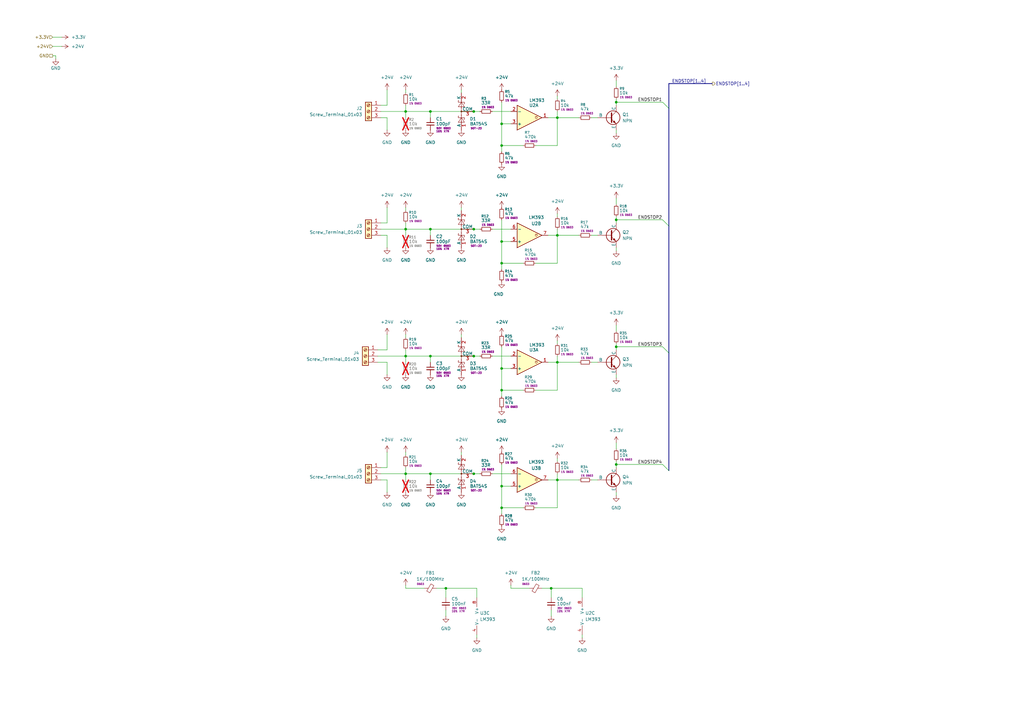
<source format=kicad_sch>
(kicad_sch (version 20250114) (generator "eeschema") (generator_version "9.0")
  (paper "A3")
  (junction (at 228.6 196.85))
  (junction (at 166.37 45.72))
  (junction (at 194.31 146.05))
  (junction (at 205.74 160.02))
  (junction (at 166.37 194.31))
  (junction (at 176.53 146.05))
  (junction (at 228.6 148.59))
  (junction (at 182.88 241.3))
  (junction (at 205.74 59.69))
  (junction (at 205.74 151.13))
  (junction (at 205.74 199.39))
  (junction (at 205.74 50.8))
  (junction (at 252.73 41.91))
  (junction (at 166.37 146.05))
  (junction (at 252.73 142.24))
  (junction (at 205.74 208.28))
  (junction (at 228.6 48.26))
  (junction (at 176.53 93.98))
  (junction (at 194.31 45.72))
  (junction (at 176.53 194.31))
  (junction (at 226.06 241.3))
  (junction (at 205.74 99.06))
  (junction (at 252.73 190.5))
  (junction (at 205.74 107.95))
  (junction (at 166.37 93.98))
  (junction (at 194.31 93.98))
  (junction (at 194.31 194.31))
  (junction (at 176.53 45.72))
  (junction (at 228.6 96.52))
  (junction (at 252.73 90.17))
  (bus_entry (at 271.78 190.5) (size 2.54 2.54))
  (bus_entry (at 271.78 142.24) (size 2.54 2.54))
  (bus_entry (at 271.78 90.17) (size 2.54 2.54))
  (bus_entry (at 271.78 41.91) (size 2.54 2.54))
  (wire (pts (xy 166.37 85.09) (xy 166.37 86.36)))
  (wire (pts (xy 166.37 146.05) (xy 166.37 148.59)))
  (wire (pts (xy 166.37 45.72) (xy 176.53 45.72)))
  (wire (pts (xy 156.21 93.98) (xy 166.37 93.98)))
  (wire (pts (xy 252.73 41.91) (xy 252.73 43.18)))
  (wire (pts (xy 214.63 59.69) (xy 205.74 59.69)))
  (bus (pts (xy 274.32 44.45) (xy 274.32 34.29)))
  (wire (pts (xy 228.6 208.28) (xy 219.71 208.28)))
  (wire (pts (xy 228.6 146.05) (xy 228.6 148.59)))
  (wire (pts (xy 228.6 59.69) (xy 219.71 59.69)))
  (wire (pts (xy 194.31 93.98) (xy 196.85 93.98)))
  (wire (pts (xy 166.37 194.31) (xy 166.37 196.85)))
  (wire (pts (xy 21.59 15.24) (xy 25.4 15.24)))
  (wire (pts (xy 228.6 139.7) (xy 228.6 140.97)))
  (wire (pts (xy 158.75 185.42) (xy 158.75 191.77)))
  (wire (pts (xy 156.21 196.85) (xy 158.75 196.85)))
  (wire (pts (xy 205.74 107.95) (xy 205.74 110.49)))
  (wire (pts (xy 166.37 146.05) (xy 176.53 146.05)))
  (wire (pts (xy 228.6 93.98) (xy 228.6 96.52)))
  (wire (pts (xy 252.73 140.97) (xy 252.73 142.24)))
  (wire (pts (xy 252.73 101.6) (xy 252.73 102.87)))
  (wire (pts (xy 176.53 194.31) (xy 176.53 196.85)))
  (wire (pts (xy 158.75 85.09) (xy 158.75 91.44)))
  (wire (pts (xy 224.79 96.52) (xy 228.6 96.52)))
  (wire (pts (xy 205.74 199.39) (xy 205.74 208.28)))
  (wire (pts (xy 166.37 45.72) (xy 166.37 48.26)))
  (wire (pts (xy 166.37 143.51) (xy 166.37 146.05)))
  (wire (pts (xy 166.37 241.3) (xy 166.37 240.03)))
  (wire (pts (xy 228.6 187.96) (xy 228.6 189.23)))
  (wire (pts (xy 156.21 45.72) (xy 166.37 45.72)))
  (wire (pts (xy 214.63 160.02) (xy 205.74 160.02)))
  (wire (pts (xy 252.73 88.9) (xy 252.73 90.17)))
  (wire (pts (xy 252.73 90.17) (xy 271.78 90.17)))
  (wire (pts (xy 252.73 41.91) (xy 271.78 41.91)))
  (wire (pts (xy 158.75 101.6) (xy 158.75 96.52)))
  (wire (pts (xy 166.37 93.98) (xy 176.53 93.98)))
  (wire (pts (xy 252.73 181.61) (xy 252.73 184.15)))
  (wire (pts (xy 166.37 191.77) (xy 166.37 194.31)))
  (bus (pts (xy 274.32 144.78) (xy 274.32 92.71)))
  (wire (pts (xy 238.76 241.3) (xy 238.76 245.11)))
  (wire (pts (xy 194.31 45.72) (xy 196.85 45.72)))
  (wire (pts (xy 228.6 107.95) (xy 219.71 107.95)))
  (wire (pts (xy 179.07 241.3) (xy 182.88 241.3)))
  (wire (pts (xy 252.73 33.02) (xy 252.73 35.56)))
  (wire (pts (xy 201.93 146.05) (xy 209.55 146.05)))
  (wire (pts (xy 182.88 245.11) (xy 182.88 241.3)))
  (wire (pts (xy 228.6 39.37) (xy 228.6 40.64)))
  (wire (pts (xy 205.74 160.02) (xy 205.74 151.13)))
  (wire (pts (xy 201.93 194.31) (xy 209.55 194.31)))
  (wire (pts (xy 189.23 85.09) (xy 189.23 86.36)))
  (wire (pts (xy 228.6 45.72) (xy 228.6 48.26)))
  (wire (pts (xy 156.21 43.18) (xy 158.75 43.18)))
  (wire (pts (xy 158.75 36.83) (xy 158.75 43.18)))
  (wire (pts (xy 156.21 48.26) (xy 158.75 48.26)))
  (wire (pts (xy 228.6 87.63) (xy 228.6 88.9)))
  (wire (pts (xy 156.21 96.52) (xy 158.75 96.52)))
  (wire (pts (xy 176.53 194.31) (xy 194.31 194.31)))
  (bus (pts (xy 274.32 193.04) (xy 274.32 144.78)))
  (wire (pts (xy 205.74 199.39) (xy 209.55 199.39)))
  (wire (pts (xy 154.94 146.05) (xy 166.37 146.05)))
  (wire (pts (xy 176.53 93.98) (xy 176.53 96.52)))
  (wire (pts (xy 195.58 260.35) (xy 195.58 261.62)))
  (wire (pts (xy 201.93 45.72) (xy 209.55 45.72)))
  (wire (pts (xy 228.6 96.52) (xy 237.49 96.52)))
  (wire (pts (xy 182.88 241.3) (xy 195.58 241.3)))
  (wire (pts (xy 166.37 36.83) (xy 166.37 38.1)))
  (wire (pts (xy 176.53 146.05) (xy 194.31 146.05)))
  (wire (pts (xy 214.63 107.95) (xy 205.74 107.95)))
  (wire (pts (xy 222.25 241.3) (xy 226.06 241.3)))
  (wire (pts (xy 228.6 148.59) (xy 237.49 148.59)))
  (wire (pts (xy 209.55 241.3) (xy 217.17 241.3)))
  (wire (pts (xy 205.74 151.13) (xy 209.55 151.13)))
  (wire (pts (xy 242.57 196.85) (xy 245.11 196.85)))
  (wire (pts (xy 228.6 194.31) (xy 228.6 196.85)))
  (wire (pts (xy 214.63 208.28) (xy 205.74 208.28)))
  (wire (pts (xy 182.88 252.73) (xy 182.88 250.19)))
  (wire (pts (xy 226.06 252.73) (xy 226.06 250.19)))
  (wire (pts (xy 252.73 190.5) (xy 271.78 190.5)))
  (wire (pts (xy 189.23 185.42) (xy 189.23 186.69)))
  (wire (pts (xy 252.73 40.64) (xy 252.73 41.91)))
  (wire (pts (xy 166.37 93.98) (xy 166.37 96.52)))
  (wire (pts (xy 224.79 196.85) (xy 228.6 196.85)))
  (wire (pts (xy 226.06 245.11) (xy 226.06 241.3)))
  (wire (pts (xy 252.73 153.67) (xy 252.73 154.94)))
  (wire (pts (xy 252.73 133.35) (xy 252.73 135.89)))
  (wire (pts (xy 242.57 148.59) (xy 245.11 148.59)))
  (bus (pts (xy 274.32 34.29) (xy 292.1 34.29)))
  (wire (pts (xy 154.94 148.59) (xy 158.75 148.59)))
  (wire (pts (xy 201.93 93.98) (xy 209.55 93.98)))
  (wire (pts (xy 228.6 196.85) (xy 237.49 196.85)))
  (wire (pts (xy 205.74 50.8) (xy 205.74 41.91)))
  (wire (pts (xy 189.23 137.16) (xy 189.23 138.43)))
  (wire (pts (xy 166.37 43.18) (xy 166.37 45.72)))
  (wire (pts (xy 176.53 45.72) (xy 176.53 48.26)))
  (wire (pts (xy 252.73 190.5) (xy 252.73 191.77)))
  (wire (pts (xy 205.74 151.13) (xy 205.74 142.24)))
  (wire (pts (xy 176.53 146.05) (xy 176.53 148.59)))
  (wire (pts (xy 205.74 160.02) (xy 205.74 162.56)))
  (wire (pts (xy 252.73 142.24) (xy 252.73 143.51)))
  (wire (pts (xy 205.74 59.69) (xy 205.74 50.8)))
  (wire (pts (xy 166.37 194.31) (xy 176.53 194.31)))
  (wire (pts (xy 22.86 22.86) (xy 22.86 24.13)))
  (wire (pts (xy 228.6 48.26) (xy 228.6 59.69)))
  (wire (pts (xy 176.53 45.72) (xy 194.31 45.72)))
  (wire (pts (xy 242.57 96.52) (xy 245.11 96.52)))
  (wire (pts (xy 176.53 93.98) (xy 194.31 93.98)))
  (wire (pts (xy 228.6 48.26) (xy 237.49 48.26)))
  (wire (pts (xy 158.75 201.93) (xy 158.75 196.85)))
  (wire (pts (xy 194.31 146.05) (xy 196.85 146.05)))
  (wire (pts (xy 228.6 196.85) (xy 228.6 208.28)))
  (wire (pts (xy 238.76 260.35) (xy 238.76 261.62)))
  (wire (pts (xy 158.75 153.67) (xy 158.75 148.59)))
  (wire (pts (xy 195.58 241.3) (xy 195.58 245.11)))
  (wire (pts (xy 154.94 143.51) (xy 158.75 143.51)))
  (wire (pts (xy 166.37 241.3) (xy 173.99 241.3)))
  (wire (pts (xy 209.55 241.3) (xy 209.55 240.03)))
  (wire (pts (xy 156.21 191.77) (xy 158.75 191.77)))
  (wire (pts (xy 166.37 91.44) (xy 166.37 93.98)))
  (wire (pts (xy 252.73 201.93) (xy 252.73 203.2)))
  (wire (pts (xy 252.73 81.28) (xy 252.73 83.82)))
  (wire (pts (xy 224.79 148.59) (xy 228.6 148.59)))
  (wire (pts (xy 228.6 160.02) (xy 219.71 160.02)))
  (wire (pts (xy 252.73 142.24) (xy 271.78 142.24)))
  (wire (pts (xy 228.6 96.52) (xy 228.6 107.95)))
  (wire (pts (xy 166.37 137.16) (xy 166.37 138.43)))
  (wire (pts (xy 21.59 22.86) (xy 22.86 22.86)))
  (wire (pts (xy 158.75 137.16) (xy 158.75 143.51)))
  (wire (pts (xy 205.74 99.06) (xy 209.55 99.06)))
  (wire (pts (xy 205.74 50.8) (xy 209.55 50.8)))
  (wire (pts (xy 158.75 53.34) (xy 158.75 48.26)))
  (wire (pts (xy 252.73 189.23) (xy 252.73 190.5)))
  (bus (pts (xy 274.32 92.71) (xy 274.32 44.45)))
  (wire (pts (xy 226.06 241.3) (xy 238.76 241.3)))
  (wire (pts (xy 194.31 194.31) (xy 196.85 194.31)))
  (wire (pts (xy 189.23 36.83) (xy 189.23 38.1)))
  (wire (pts (xy 205.74 208.28) (xy 205.74 210.82)))
  (wire (pts (xy 156.21 194.31) (xy 166.37 194.31)))
  (wire (pts (xy 205.74 59.69) (xy 205.74 62.23)))
  (wire (pts (xy 228.6 148.59) (xy 228.6 160.02)))
  (wire (pts (xy 156.21 91.44) (xy 158.75 91.44)))
  (wire (pts (xy 21.59 19.05) (xy 25.4 19.05)))
  (wire (pts (xy 252.73 90.17) (xy 252.73 91.44)))
  (wire (pts (xy 205.74 99.06) (xy 205.74 107.95)))
  (wire (pts (xy 166.37 185.42) (xy 166.37 186.69)))
  (wire (pts (xy 224.79 48.26) (xy 228.6 48.26)))
  (wire (pts (xy 242.57 48.26) (xy 245.11 48.26)))
  (wire (pts (xy 205.74 199.39) (xy 205.74 190.5)))
  (wire (pts (xy 205.74 99.06) (xy 205.74 90.17)))
  (wire (pts (xy 252.73 53.34) (xy 252.73 54.61)))
  (label "ENDSTOP4" (at 261.62 190.5 0))
  (label "ENDSTOP2" (at 261.62 90.17 0))
  (label "ENDSTOP[1..4]" (at 275.59 34.29 0))
  (label "ENDSTOP3" (at 261.62 142.24 0))
  (label "ENDSTOP1" (at 261.62 41.91 0))
  (hierarchical_label "+24V" (shape input) (at 21.59 19.05 180))
  (hierarchical_label "GND" (shape passive) (at 21.59 22.86 180))
  (hierarchical_label "ENDSTOP[1..4]" (shape output) (at 292.1 34.29 0))
  (hierarchical_label "+3.3V" (shape input) (at 21.59 15.24 180))
  (symbol (lib_id "Connector:Screw_Terminal_01x03") (at 149.86 146.05 0) (mirror y) (unit 1)
    (property "Reference" "J4" (at 147.32 144.7799 0) (effects (justify left)))
    (property "Value" "Screw_Terminal_01x03" (at 147.32 147.3199 0) (effects (justify left)))
    (property "Footprint" "TerminalBlock_4Ucon:TerminalBlock_4Ucon_1x03_P3.50mm_Horizontal" (effects (hide yes)))
    (property "Description" "Generic screw terminal, single row, 01x03, script generated (kicad-library-utils/schlib/autogen/connector/)" (effects (hide yes)))
  )
  (symbol (lib_id "power:GND") (at 252.73 154.94 0) (unit 1)
    (property "Reference" "#PWR046" (effects (hide yes)))
    (property "Value" "GND" (at 252.73 160.02 0))
    (property "Description" "Power symbol creates a global label with name \"GND\" , ground" (effects (hide yes)))
  )
  (symbol (lib_id "Diode:BAT54S") (at 189.23 146.05 90) (unit 1)
    (property "Reference" "D3" (at 195.326 149.098 90) (effects (justify left)))
    (property "Value" "BAT54S" (at 199.898 151.13 90) (effects (justify left)))
    (property "Footprint" "Package_TO_SOT_SMD:SOT-23" (effects (hide yes)))
    (property "Datasheet" "https://www.diodes.com/assets/Datasheets/ds11005.pdf" (effects (hide yes)))
    (property "Description" "Vr 30V, If 200mA, Dual schottky barrier diode, in series, SOT-323" (effects (hide yes)))
    (property "case" "SOT-23" (at 195.326 152.908 90) (effects (font (size 0.762 0.762))))
  )
  (symbol (lib_id "Device:R_Small") (at 166.37 88.9 0) (unit 1)
    (property "Reference" "R10" (at 167.64 87.122 0) (effects (font (size 1.016 1.016)) (justify left)))
    (property "Value" "10k" (at 167.64 88.9 0) (effects (justify left)))
    (property "Footprint" "Resistor_SMD:R_0603_1608Metric" (effects (hide yes)))
    (property "Description" "Resistor, small symbol" (effects (hide yes)))
    (property "Case" "0603" (at 171.45 90.678 0) (effects (font (size 0.762 0.762))))
    (property "Tolerance" "1%" (at 168.656 90.678 0) (effects (font (size 0.762 0.762))))
  )
  (symbol (lib_id "power:+24V") (at 166.37 36.83 0) (unit 1)
    (property "Reference" "#PWR04" (effects (hide yes)))
    (property "Value" "+24V" (at 166.37 31.75 0))
    (property "Description" "Power symbol creates a global label with name \"+24V\"" (effects (hide yes)))
  )
  (symbol (lib_id "Device:R_Small") (at 205.74 39.37 0) (unit 1)
    (property "Reference" "R5" (at 207.01 37.592 0) (effects (font (size 1.016 1.016)) (justify left)))
    (property "Value" "47k" (at 207.01 39.37 0) (effects (justify left)))
    (property "Footprint" "Resistor_SMD:R_0603_1608Metric" (effects (hide yes)))
    (property "Description" "Resistor, small symbol" (effects (hide yes)))
    (property "Case" "0603" (at 210.82 41.148 0) (effects (font (size 0.762 0.762))))
    (property "Tolerance" "1%" (at 208.026 41.148 0) (effects (font (size 0.762 0.762))))
  )
  (symbol (lib_id "Comparator:LM393") (at 217.17 96.52 0) (mirror x) (unit 2)
    (property "Reference" "U2" (at 219.964 91.694 0))
    (property "Value" "LM393" (at 219.964 89.154 0))
    (property "Footprint" "Package_SO:SOIC-8_5.3x5.3mm_P1.27mm" (effects (hide yes)))
    (property "Datasheet" "http://www.ti.com/lit/ds/symlink/lm393.pdf" (effects (hide yes)))
    (property "Description" "Low-Power, Low-Offset Voltage, Dual Comparators, DIP-8/SOIC-8/TO-99-8" (effects (hide yes)))
  )
  (symbol (lib_id "power:GND") (at 189.23 101.6 0) (unit 1)
    (property "Reference" "#PWR019" (effects (hide yes)))
    (property "Value" "GND" (at 189.23 106.68 0))
    (property "Description" "Power symbol creates a global label with name \"GND\" , ground" (effects (hide yes)))
  )
  (symbol (lib_id "Device:R_Small") (at 240.03 48.26 90) (unit 1)
    (property "Reference" "R8" (at 237.998 42.926 90) (effects (font (size 1.016 1.016)) (justify right)))
    (property "Value" "47k" (at 237.998 44.704 90) (effects (justify right)))
    (property "Footprint" "Resistor_SMD:R_0603_1608Metric" (effects (hide yes)))
    (property "Description" "Resistor, small symbol" (effects (hide yes)))
    (property "Case" "0603" (at 241.808 46.482 90) (effects (font (size 0.762 0.762))))
    (property "Tolerance" "1%" (at 239.014 46.482 90) (effects (font (size 0.762 0.762))))
  )
  (symbol (lib_id "power:GND") (at 158.75 53.34 0) (unit 1)
    (property "Reference" "#PWR07" (effects (hide yes)))
    (property "Value" "GND" (at 158.75 58.42 0))
    (property "Description" "Power symbol creates a global label with name \"GND\" , ground" (effects (hide yes)))
  )
  (symbol (lib_id "power:+24V") (at 166.37 137.16 0) (unit 1)
    (property "Reference" "#PWR029" (effects (hide yes)))
    (property "Value" "+24V" (at 166.37 132.08 0))
    (property "Description" "Power symbol creates a global label with name \"+24V\"" (effects (hide yes)))
  )
  (symbol (lib_id "power:+24V") (at 158.75 137.16 0) (unit 1)
    (property "Reference" "#PWR025" (effects (hide yes)))
    (property "Value" "+24V" (at 158.75 132.08 0))
    (property "Description" "Power symbol creates a global label with name \"+24V\"" (effects (hide yes)))
  )
  (symbol (lib_id "Comparator:LM393") (at 217.17 48.26 0) (mirror x) (unit 1)
    (property "Reference" "U2" (at 218.948 43.18 0))
    (property "Value" "LM393" (at 220.218 41.148 0))
    (property "Footprint" "Package_SO:SOIC-8_5.3x5.3mm_P1.27mm" (effects (hide yes)))
    (property "Datasheet" "http://www.ti.com/lit/ds/symlink/lm393.pdf" (effects (hide yes)))
    (property "Description" "Low-Power, Low-Offset Voltage, Dual Comparators, DIP-8/SOIC-8/TO-99-8" (effects (hide yes)))
  )
  (symbol (lib_id "Device:R_Small") (at 240.03 148.59 90) (unit 1)
    (property "Reference" "R33" (at 237.998 143.256 90) (effects (font (size 1.016 1.016)) (justify right)))
    (property "Value" "47k" (at 237.998 145.034 90) (effects (justify right)))
    (property "Footprint" "Resistor_SMD:R_0603_1608Metric" (effects (hide yes)))
    (property "Description" "Resistor, small symbol" (effects (hide yes)))
    (property "Case" "0603" (at 241.808 146.812 90) (effects (font (size 0.762 0.762))))
    (property "Tolerance" "1%" (at 239.014 146.812 90) (effects (font (size 0.762 0.762))))
  )
  (symbol (lib_id "power:+3.3V") (at 252.73 33.02 0) (unit 1)
    (property "Reference" "#PWR08" (effects (hide yes)))
    (property "Value" "+3.3V" (at 252.73 27.94 0))
    (property "Description" "Power symbol creates a global label with name \"+3.3V\"" (effects (hide yes)))
  )
  (symbol (lib_id "Device:R_Small") (at 166.37 50.8 0) (unit 1) (dnp yes)
    (property "Reference" "R2" (at 167.64 49.022 0) (effects (font (size 1.016 1.016)) (justify left)))
    (property "Value" "10k" (at 167.64 50.8 0) (effects (justify left)))
    (property "Footprint" "Resistor_SMD:R_0603_1608Metric" (effects (hide yes)))
    (property "Description" "Resistor, small symbol" (effects (hide yes)))
    (property "Case" "0603" (at 171.45 52.578 0) (effects (font (size 0.762 0.762))))
    (property "Tolerance" "1%" (at 168.656 52.578 0) (effects (font (size 0.762 0.762))))
  )
  (symbol (lib_id "power:GND") (at 166.37 153.67 0) (unit 1)
    (property "Reference" "#PWR030" (effects (hide yes)))
    (property "Value" "GND" (at 166.37 158.75 0))
    (property "Description" "Power symbol creates a global label with name \"GND\" , ground" (effects (hide yes)))
  )
  (symbol (lib_id "Device:C_Small") (at 176.53 50.8 0) (unit 1)
    (property "Reference" "C1" (at 178.816 48.768 0) (effects (justify left)))
    (property "Value" "100pF" (at 178.816 50.8 0) (effects (justify left)))
    (property "Footprint" "Capacitor_SMD:C_0603_1608Metric" (effects (hide yes)))
    (property "Description" "Unpolarized capacitor, small symbol" (effects (hide yes)))
    (property "Tolerance" "10%" (at 180.086 53.848 0) (effects (font (size 0.762 0.762))))
    (property "Case" "0603" (at 183.388 52.578 0) (effects (font (size 0.762 0.762))))
    (property "Voltage" "50V" (at 180.086 52.578 0) (effects (font (size 0.762 0.762))))
    (property "Dielectric" "X7R" (at 183.134 53.848 0) (effects (font (size 0.762 0.762))))
  )
  (symbol (lib_id "Comparator:LM393") (at 241.3 252.73 0) (unit 3)
    (property "Reference" "U2" (at 240.03 251.4599 0) (effects (justify left)))
    (property "Value" "LM393" (at 240.03 253.9999 0) (effects (justify left)))
    (property "Footprint" "Package_SO:SOIC-8_5.3x5.3mm_P1.27mm" (effects (hide yes)))
    (property "Datasheet" "http://www.ti.com/lit/ds/symlink/lm393.pdf" (effects (hide yes)))
    (property "Description" "Low-Power, Low-Offset Voltage, Dual Comparators, DIP-8/SOIC-8/TO-99-8" (effects (hide yes)))
  )
  (symbol (lib_id "Device:R_Small") (at 205.74 213.36 0) (unit 1)
    (property "Reference" "R28" (at 207.01 211.582 0) (effects (font (size 1.016 1.016)) (justify left)))
    (property "Value" "47k" (at 207.01 213.36 0) (effects (justify left)))
    (property "Footprint" "Resistor_SMD:R_0603_1608Metric" (effects (hide yes)))
    (property "Description" "Resistor, small symbol" (effects (hide yes)))
    (property "Case" "0603" (at 210.82 215.138 0) (effects (font (size 0.762 0.762))))
    (property "Tolerance" "1%" (at 208.026 215.138 0) (effects (font (size 0.762 0.762))))
  )
  (symbol (lib_id "power:+24V") (at 189.23 185.42 0) (unit 1)
    (property "Reference" "#PWR037" (effects (hide yes)))
    (property "Value" "+24V" (at 189.23 180.34 0))
    (property "Description" "Power symbol creates a global label with name \"+24V\"" (effects (hide yes)))
  )
  (symbol (lib_id "Device:R_Small") (at 205.74 87.63 0) (unit 1)
    (property "Reference" "R13" (at 207.01 85.852 0) (effects (font (size 1.016 1.016)) (justify left)))
    (property "Value" "47k" (at 207.01 87.63 0) (effects (justify left)))
    (property "Footprint" "Resistor_SMD:R_0603_1608Metric" (effects (hide yes)))
    (property "Description" "Resistor, small symbol" (effects (hide yes)))
    (property "Case" "0603" (at 210.82 89.408 0) (effects (font (size 0.762 0.762))))
    (property "Tolerance" "1%" (at 208.026 89.408 0) (effects (font (size 0.762 0.762))))
  )
  (symbol (lib_id "power:GND") (at 176.53 201.93 0) (unit 1)
    (property "Reference" "#PWR034" (effects (hide yes)))
    (property "Value" "GND" (at 176.53 207.01 0))
    (property "Description" "Power symbol creates a global label with name \"GND\" , ground" (effects (hide yes)))
  )
  (symbol (lib_id "power:GND") (at 195.58 261.62 0) (unit 1)
    (property "Reference" "#PWR049" (effects (hide yes)))
    (property "Value" "GND" (at 195.58 266.7 0))
    (property "Description" "Power symbol creates a global label with name \"GND\" , ground" (effects (hide yes)))
  )
  (symbol (lib_id "power:+24V") (at 166.37 185.42 0) (unit 1)
    (property "Reference" "#PWR031" (effects (hide yes)))
    (property "Value" "+24V" (at 166.37 180.34 0))
    (property "Description" "Power symbol creates a global label with name \"+24V\"" (effects (hide yes)))
  )
  (symbol (lib_id "power:GND") (at 189.23 201.93 0) (unit 1)
    (property "Reference" "#PWR038" (effects (hide yes)))
    (property "Value" "GND" (at 189.23 207.01 0))
    (property "Description" "Power symbol creates a global label with name \"GND\" , ground" (effects (hide yes)))
  )
  (symbol (lib_id "power:GND") (at 166.37 201.93 0) (unit 1)
    (property "Reference" "#PWR032" (effects (hide yes)))
    (property "Value" "GND" (at 166.37 207.01 0))
    (property "Description" "Power symbol creates a global label with name \"GND\" , ground" (effects (hide yes)))
  )
  (symbol (lib_id "power:+24V") (at 158.75 36.83 0) (unit 1)
    (property "Reference" "#PWR05" (effects (hide yes)))
    (property "Value" "+24V" (at 158.75 31.75 0))
    (property "Description" "Power symbol creates a global label with name \"+24V\"" (effects (hide yes)))
  )
  (symbol (lib_id "Diode:BAT54S") (at 189.23 45.72 90) (unit 1)
    (property "Reference" "D1" (at 195.326 48.768 90) (effects (justify left)))
    (property "Value" "BAT54S" (at 199.898 50.8 90) (effects (justify left)))
    (property "Footprint" "Package_TO_SOT_SMD:SOT-23" (effects (hide yes)))
    (property "Datasheet" "https://www.diodes.com/assets/Datasheets/ds11005.pdf" (effects (hide yes)))
    (property "Description" "Vr 30V, If 200mA, Dual schottky barrier diode, in series, SOT-323" (effects (hide yes)))
    (property "case" "SOT-23" (at 195.326 52.578 90) (effects (font (size 0.762 0.762))))
  )
  (symbol (lib_id "Device:C_Small") (at 226.06 247.65 0) (unit 1)
    (property "Reference" "C6" (at 228.346 245.618 0) (effects (justify left)))
    (property "Value" "100nF" (at 228.346 247.65 0) (effects (justify left)))
    (property "Footprint" "Capacitor_SMD:C_0603_1608Metric" (effects (hide yes)))
    (property "Description" "Unpolarized capacitor, small symbol" (effects (hide yes)))
    (property "Tolerance" "10%" (at 229.616 250.698 0) (effects (font (size 0.762 0.762))))
    (property "Case" "0603" (at 232.918 249.428 0) (effects (font (size 0.762 0.762))))
    (property "Voltage" "35V" (at 229.616 249.428 0) (effects (font (size 0.762 0.762))))
    (property "Dielectric" "X7R" (at 232.664 250.698 0) (effects (font (size 0.762 0.762))))
  )
  (symbol (lib_id "power:+3.3V") (at 252.73 133.35 0) (unit 1)
    (property "Reference" "#PWR043" (effects (hide yes)))
    (property "Value" "+3.3V" (at 252.73 128.27 0))
    (property "Description" "Power symbol creates a global label with name \"+3.3V\"" (effects (hide yes)))
  )
  (symbol (lib_id "Device:R_Small") (at 166.37 140.97 0) (unit 1)
    (property "Reference" "R19" (at 167.64 139.192 0) (effects (font (size 1.016 1.016)) (justify left)))
    (property "Value" "10k" (at 167.64 140.97 0) (effects (justify left)))
    (property "Footprint" "Resistor_SMD:R_0603_1608Metric" (effects (hide yes)))
    (property "Description" "Resistor, small symbol" (effects (hide yes)))
    (property "Case" "0603" (at 171.45 142.748 0) (effects (font (size 0.762 0.762))))
    (property "Tolerance" "1%" (at 168.656 142.748 0) (effects (font (size 0.762 0.762))))
  )
  (symbol (lib_id "Device:R_Small") (at 205.74 139.7 0) (unit 1)
    (property "Reference" "R25" (at 207.01 137.922 0) (effects (font (size 1.016 1.016)) (justify left)))
    (property "Value" "47k" (at 207.01 139.7 0) (effects (justify left)))
    (property "Footprint" "Resistor_SMD:R_0603_1608Metric" (effects (hide yes)))
    (property "Description" "Resistor, small symbol" (effects (hide yes)))
    (property "Case" "0603" (at 210.82 141.478 0) (effects (font (size 0.762 0.762))))
    (property "Tolerance" "1%" (at 208.026 141.478 0) (effects (font (size 0.762 0.762))))
  )
  (symbol (lib_id "Device:R_Small") (at 228.6 91.44 0) (unit 1)
    (property "Reference" "R16" (at 229.87 89.662 0) (effects (font (size 1.016 1.016)) (justify left)))
    (property "Value" "10k" (at 229.87 91.44 0) (effects (justify left)))
    (property "Footprint" "Resistor_SMD:R_0603_1608Metric" (effects (hide yes)))
    (property "Description" "Resistor, small symbol" (effects (hide yes)))
    (property "Case" "0603" (at 233.68 93.218 0) (effects (font (size 0.762 0.762))))
    (property "Tolerance" "1%" (at 230.886 93.218 0) (effects (font (size 0.762 0.762))))
  )
  (symbol (lib_id "Device:R_Small") (at 252.73 86.36 0) (unit 1)
    (property "Reference" "R18" (at 254 84.582 0) (effects (font (size 1.016 1.016)) (justify left)))
    (property "Value" "10k" (at 254 86.36 0) (effects (justify left)))
    (property "Footprint" "Resistor_SMD:R_0603_1608Metric" (effects (hide yes)))
    (property "Description" "Resistor, small symbol" (effects (hide yes)))
    (property "Case" "0603" (at 257.81 88.138 0) (effects (font (size 0.762 0.762))))
    (property "Tolerance" "1%" (at 255.016 88.138 0) (effects (font (size 0.762 0.762))))
  )
  (symbol (lib_id "Device:R_Small") (at 166.37 99.06 0) (unit 1) (dnp yes)
    (property "Reference" "R11" (at 167.64 97.282 0) (effects (font (size 1.016 1.016)) (justify left)))
    (property "Value" "10k" (at 167.64 99.06 0) (effects (justify left)))
    (property "Footprint" "Resistor_SMD:R_0603_1608Metric" (effects (hide yes)))
    (property "Description" "Resistor, small symbol" (effects (hide yes)))
    (property "Case" "0603" (at 171.45 100.838 0) (effects (font (size 0.762 0.762))))
    (property "Tolerance" "1%" (at 168.656 100.838 0) (effects (font (size 0.762 0.762))))
  )
  (symbol (lib_id "Device:R_Small") (at 199.39 45.72 90) (unit 1)
    (property "Reference" "R3" (at 197.358 40.386 90) (effects (font (size 1.016 1.016)) (justify right)))
    (property "Value" "33R" (at 197.358 42.164 90) (effects (justify right)))
    (property "Footprint" "Resistor_SMD:R_0603_1608Metric" (effects (hide yes)))
    (property "Description" "Resistor, small symbol" (effects (hide yes)))
    (property "Case" "0603" (at 201.168 43.942 90) (effects (font (size 0.762 0.762))))
    (property "Tolerance" "1%" (at 198.374 43.942 90) (effects (font (size 0.762 0.762))))
  )
  (symbol (lib_id "Device:R_Small") (at 166.37 199.39 0) (unit 1) (dnp yes)
    (property "Reference" "R22" (at 167.64 197.612 0) (effects (font (size 1.016 1.016)) (justify left)))
    (property "Value" "10k" (at 167.64 199.39 0) (effects (justify left)))
    (property "Footprint" "Resistor_SMD:R_0603_1608Metric" (effects (hide yes)))
    (property "Description" "Resistor, small symbol" (effects (hide yes)))
    (property "Case" "0603" (at 171.45 201.168 0) (effects (font (size 0.762 0.762))))
    (property "Tolerance" "1%" (at 168.656 201.168 0) (effects (font (size 0.762 0.762))))
  )
  (symbol (lib_id "power:GND") (at 158.75 201.93 0) (unit 1)
    (property "Reference" "#PWR028" (effects (hide yes)))
    (property "Value" "GND" (at 158.75 207.01 0))
    (property "Description" "Power symbol creates a global label with name \"GND\" , ground" (effects (hide yes)))
  )
  (symbol (lib_id "Device:R_Small") (at 205.74 187.96 0) (unit 1)
    (property "Reference" "R27" (at 207.01 186.182 0) (effects (font (size 1.016 1.016)) (justify left)))
    (property "Value" "47k" (at 207.01 187.96 0) (effects (justify left)))
    (property "Footprint" "Resistor_SMD:R_0603_1608Metric" (effects (hide yes)))
    (property "Description" "Resistor, small symbol" (effects (hide yes)))
    (property "Case" "0603" (at 210.82 189.738 0) (effects (font (size 0.762 0.762))))
    (property "Tolerance" "1%" (at 208.026 189.738 0) (effects (font (size 0.762 0.762))))
  )
  (symbol (lib_id "Connector:Screw_Terminal_01x03") (at 151.13 194.31 0) (mirror y) (unit 1)
    (property "Reference" "J5" (at 148.59 193.0399 0) (effects (justify left)))
    (property "Value" "Screw_Terminal_01x03" (at 148.59 195.5799 0) (effects (justify left)))
    (property "Footprint" "TerminalBlock_4Ucon:TerminalBlock_4Ucon_1x03_P3.50mm_Horizontal" (effects (hide yes)))
    (property "Description" "Generic screw terminal, single row, 01x03, script generated (kicad-library-utils/schlib/autogen/connector/)" (effects (hide yes)))
  )
  (symbol (lib_id "Simulation_SPICE:NPN") (at 250.19 96.52 0) (unit 1)
    (property "Reference" "Q2" (at 255.27 95.2499 0) (effects (justify left)))
    (property "Value" "NPN" (at 255.27 97.7899 0) (effects (justify left)))
    (property "Footprint" "Package_TO_SOT_SMD:TSOT-23" (effects (hide yes)))
    (property "Datasheet" "https://ngspice.sourceforge.io/docs/ngspice-html-manual/manual.xhtml#cha_BJTs" (effects (hide yes)))
    (property "Description" "Bipolar transistor symbol for simulation only, substrate tied to the emitter" (effects (hide yes)))
    (property "Sim.Device" "NPN" (effects (hide yes)))
    (property "Sim.Type" "GUMMELPOON" (effects (hide yes)))
    (property "Sim.Pins" "1=C 2=B 3=E" (effects (hide yes)))
  )
  (symbol (lib_id "power:GND") (at 189.23 153.67 0) (unit 1)
    (property "Reference" "#PWR036" (effects (hide yes)))
    (property "Value" "GND" (at 189.23 158.75 0))
    (property "Description" "Power symbol creates a global label with name \"GND\" , ground" (effects (hide yes)))
  )
  (symbol (lib_id "Device:R_Small") (at 205.74 165.1 0) (unit 1)
    (property "Reference" "R26" (at 207.01 163.322 0) (effects (font (size 1.016 1.016)) (justify left)))
    (property "Value" "47k" (at 207.01 165.1 0) (effects (justify left)))
    (property "Footprint" "Resistor_SMD:R_0603_1608Metric" (effects (hide yes)))
    (property "Description" "Resistor, small symbol" (effects (hide yes)))
    (property "Case" "0603" (at 210.82 166.878 0) (effects (font (size 0.762 0.762))))
    (property "Tolerance" "1%" (at 208.026 166.878 0) (effects (font (size 0.762 0.762))))
  )
  (symbol (lib_id "power:GND") (at 166.37 53.34 0) (unit 1)
    (property "Reference" "#PWR01" (effects (hide yes)))
    (property "Value" "GND" (at 166.37 58.42 0))
    (property "Description" "Power symbol creates a global label with name \"GND\" , ground" (effects (hide yes)))
  )
  (symbol (lib_id "Device:C_Small") (at 176.53 99.06 0) (unit 1)
    (property "Reference" "C2" (at 178.816 97.028 0) (effects (justify left)))
    (property "Value" "100pF" (at 178.816 99.06 0) (effects (justify left)))
    (property "Footprint" "Capacitor_SMD:C_0603_1608Metric" (effects (hide yes)))
    (property "Description" "Unpolarized capacitor, small symbol" (effects (hide yes)))
    (property "Tolerance" "10%" (at 180.086 102.108 0) (effects (font (size 0.762 0.762))))
    (property "Case" "0603" (at 183.388 100.838 0) (effects (font (size 0.762 0.762))))
    (property "Voltage" "50V" (at 180.086 100.838 0) (effects (font (size 0.762 0.762))))
    (property "Dielectric" "X7R" (at 183.134 102.108 0) (effects (font (size 0.762 0.762))))
  )
  (symbol (lib_id "power:+24V") (at 205.74 36.83 0) (unit 1)
    (property "Reference" "#PWR09" (effects (hide yes)))
    (property "Value" "+24V" (at 205.74 31.75 0))
    (property "Description" "Power symbol creates a global label with name \"+24V\"" (effects (hide yes)))
  )
  (symbol (lib_id "Device:R_Small") (at 217.17 107.95 90) (unit 1)
    (property "Reference" "R15" (at 215.138 102.616 90) (effects (font (size 1.016 1.016)) (justify right)))
    (property "Value" "470k" (at 215.138 104.394 90) (effects (justify right)))
    (property "Footprint" "Resistor_SMD:R_0603_1608Metric" (effects (hide yes)))
    (property "Description" "Resistor, small symbol" (effects (hide yes)))
    (property "Case" "0603" (at 218.948 106.172 90) (effects (font (size 0.762 0.762))))
    (property "Tolerance" "1%" (at 216.154 106.172 90) (effects (font (size 0.762 0.762))))
  )
  (symbol (lib_id "power:+24V") (at 189.23 85.09 0) (unit 1)
    (property "Reference" "#PWR018" (effects (hide yes)))
    (property "Value" "+24V" (at 189.23 80.01 0))
    (property "Description" "Power symbol creates a global label with name \"+24V\"" (effects (hide yes)))
  )
  (symbol (lib_id "Device:R_Small") (at 199.39 194.31 90) (unit 1)
    (property "Reference" "R24" (at 197.358 188.976 90) (effects (font (size 1.016 1.016)) (justify right)))
    (property "Value" "33R" (at 197.358 190.754 90) (effects (justify right)))
    (property "Footprint" "Resistor_SMD:R_0603_1608Metric" (effects (hide yes)))
    (property "Description" "Resistor, small symbol" (effects (hide yes)))
    (property "Case" "0603" (at 201.168 192.532 90) (effects (font (size 0.762 0.762))))
    (property "Tolerance" "1%" (at 198.374 192.532 90) (effects (font (size 0.762 0.762))))
  )
  (symbol (lib_id "Simulation_SPICE:NPN") (at 250.19 48.26 0) (unit 1)
    (property "Reference" "Q1" (at 255.27 46.9899 0) (effects (justify left)))
    (property "Value" "NPN" (at 255.27 49.5299 0) (effects (justify left)))
    (property "Footprint" "Package_TO_SOT_SMD:TSOT-23" (effects (hide yes)))
    (property "Datasheet" "https://ngspice.sourceforge.io/docs/ngspice-html-manual/manual.xhtml#cha_BJTs" (effects (hide yes)))
    (property "Description" "Bipolar transistor symbol for simulation only, substrate tied to the emitter" (effects (hide yes)))
    (property "Sim.Device" "NPN" (effects (hide yes)))
    (property "Sim.Type" "GUMMELPOON" (effects (hide yes)))
    (property "Sim.Pins" "1=C 2=B 3=E" (effects (hide yes)))
  )
  (symbol (lib_id "Simulation_SPICE:NPN") (at 250.19 196.85 0) (unit 1)
    (property "Reference" "Q4" (at 255.27 195.5799 0) (effects (justify left)))
    (property "Value" "NPN" (at 255.27 198.1199 0) (effects (justify left)))
    (property "Footprint" "Package_TO_SOT_SMD:TSOT-23" (effects (hide yes)))
    (property "Datasheet" "https://ngspice.sourceforge.io/docs/ngspice-html-manual/manual.xhtml#cha_BJTs" (effects (hide yes)))
    (property "Description" "Bipolar transistor symbol for simulation only, substrate tied to the emitter" (effects (hide yes)))
    (property "Sim.Device" "NPN" (effects (hide yes)))
    (property "Sim.Type" "GUMMELPOON" (effects (hide yes)))
    (property "Sim.Pins" "1=C 2=B 3=E" (effects (hide yes)))
  )
  (symbol (lib_id "power:+24V") (at 205.74 137.16 0) (unit 1)
    (property "Reference" "#PWR039" (effects (hide yes)))
    (property "Value" "+24V" (at 205.74 132.08 0))
    (property "Description" "Power symbol creates a global label with name \"+24V\"" (effects (hide yes)))
  )
  (symbol (lib_id "Device:R_Small") (at 217.17 59.69 90) (unit 1)
    (property "Reference" "R7" (at 215.138 54.356 90) (effects (font (size 1.016 1.016)) (justify right)))
    (property "Value" "470k" (at 215.138 56.134 90) (effects (justify right)))
    (property "Footprint" "Resistor_SMD:R_0603_1608Metric" (effects (hide yes)))
    (property "Description" "Resistor, small symbol" (effects (hide yes)))
    (property "Case" "0603" (at 218.948 57.912 90) (effects (font (size 0.762 0.762))))
    (property "Tolerance" "1%" (at 216.154 57.912 90) (effects (font (size 0.762 0.762))))
  )
  (symbol (lib_id "Device:C_Small") (at 176.53 199.39 0) (unit 1)
    (property "Reference" "C4" (at 178.816 197.358 0) (effects (justify left)))
    (property "Value" "100pF" (at 178.816 199.39 0) (effects (justify left)))
    (property "Footprint" "Capacitor_SMD:C_0603_1608Metric" (effects (hide yes)))
    (property "Description" "Unpolarized capacitor, small symbol" (effects (hide yes)))
    (property "Tolerance" "10%" (at 180.086 202.438 0) (effects (font (size 0.762 0.762))))
    (property "Case" "0603" (at 183.388 201.168 0) (effects (font (size 0.762 0.762))))
    (property "Voltage" "50V" (at 180.086 201.168 0) (effects (font (size 0.762 0.762))))
    (property "Dielectric" "X7R" (at 183.134 202.438 0) (effects (font (size 0.762 0.762))))
  )
  (symbol (lib_id "power:+24V") (at 228.6 87.63 0) (unit 1)
    (property "Reference" "#PWR023" (effects (hide yes)))
    (property "Value" "+24V" (at 228.6 82.55 0))
    (property "Description" "Power symbol creates a global label with name \"+24V\"" (effects (hide yes)))
  )
  (symbol (lib_id "power:+24V") (at 189.23 36.83 0) (unit 1)
    (property "Reference" "#PWR06" (effects (hide yes)))
    (property "Value" "+24V" (at 189.23 31.75 0))
    (property "Description" "Power symbol creates a global label with name \"+24V\"" (effects (hide yes)))
  )
  (symbol (lib_id "power:GND") (at 238.76 261.62 0) (unit 1)
    (property "Reference" "#PWR054" (effects (hide yes)))
    (property "Value" "GND" (at 238.76 266.7 0))
    (property "Description" "Power symbol creates a global label with name \"GND\" , ground" (effects (hide yes)))
  )
  (symbol (lib_id "power:GND") (at 252.73 102.87 0) (unit 1)
    (property "Reference" "#PWR024" (effects (hide yes)))
    (property "Value" "GND" (at 252.73 107.95 0))
    (property "Description" "Power symbol creates a global label with name \"GND\" , ground" (effects (hide yes)))
  )
  (symbol (lib_id "power:GND") (at 205.74 215.9 0) (unit 1)
    (property "Reference" "#PWR042" (effects (hide yes)))
    (property "Value" "GND" (at 205.74 220.98 0))
    (property "Description" "Power symbol creates a global label with name \"GND\" , ground" (effects (hide yes)))
  )
  (symbol (lib_id "power:+24V") (at 228.6 187.96 0) (unit 1)
    (property "Reference" "#PWR047" (effects (hide yes)))
    (property "Value" "+24V" (at 228.6 182.88 0))
    (property "Description" "Power symbol creates a global label with name \"+24V\"" (effects (hide yes)))
  )
  (symbol (lib_id "power:GND") (at 22.86 24.13 0) (unit 1)
    (property "Reference" "#PWR0121" (effects (hide yes)))
    (property "Value" "GND" (at 22.86 27.94 0))
    (property "Description" "Power symbol creates a global label with name \"GND\" , ground" (effects (hide yes)))
  )
  (symbol (lib_id "Device:R_Small") (at 166.37 151.13 0) (unit 1) (dnp yes)
    (property "Reference" "R20" (at 167.64 149.352 0) (effects (font (size 1.016 1.016)) (justify left)))
    (property "Value" "10k" (at 167.64 151.13 0) (effects (justify left)))
    (property "Footprint" "Resistor_SMD:R_0603_1608Metric" (effects (hide yes)))
    (property "Description" "Resistor, small symbol" (effects (hide yes)))
    (property "Case" "0603" (at 171.45 152.908 0) (effects (font (size 0.762 0.762))))
    (property "Tolerance" "1%" (at 168.656 152.908 0) (effects (font (size 0.762 0.762))))
  )
  (symbol (lib_id "power:+3.3V") (at 252.73 81.28 0) (unit 1)
    (property "Reference" "#PWR022" (effects (hide yes)))
    (property "Value" "+3.3V" (at 252.73 76.2 0))
    (property "Description" "Power symbol creates a global label with name \"+3.3V\"" (effects (hide yes)))
  )
  (symbol (lib_id "Simulation_SPICE:NPN") (at 250.19 148.59 0) (unit 1)
    (property "Reference" "Q3" (at 255.27 147.3199 0) (effects (justify left)))
    (property "Value" "NPN" (at 255.27 149.8599 0) (effects (justify left)))
    (property "Footprint" "Package_TO_SOT_SMD:TSOT-23" (effects (hide yes)))
    (property "Datasheet" "https://ngspice.sourceforge.io/docs/ngspice-html-manual/manual.xhtml#cha_BJTs" (effects (hide yes)))
    (property "Description" "Bipolar transistor symbol for simulation only, substrate tied to the emitter" (effects (hide yes)))
    (property "Sim.Device" "NPN" (effects (hide yes)))
    (property "Sim.Type" "GUMMELPOON" (effects (hide yes)))
    (property "Sim.Pins" "1=C 2=B 3=E" (effects (hide yes)))
  )
  (symbol (lib_id "power:GND") (at 205.74 67.31 0) (unit 1)
    (property "Reference" "#PWR010" (effects (hide yes)))
    (property "Value" "GND" (at 205.74 72.39 0))
    (property "Description" "Power symbol creates a global label with name \"GND\" , ground" (effects (hide yes)))
  )
  (symbol (lib_id "Comparator:LM393") (at 217.17 148.59 0) (mirror x) (unit 1)
    (property "Reference" "U3" (at 218.948 143.51 0))
    (property "Value" "LM393" (at 220.218 141.478 0))
    (property "Footprint" "Package_SO:SOIC-8_5.3x5.3mm_P1.27mm" (effects (hide yes)))
    (property "Datasheet" "http://www.ti.com/lit/ds/symlink/lm393.pdf" (effects (hide yes)))
    (property "Description" "Low-Power, Low-Offset Voltage, Dual Comparators, DIP-8/SOIC-8/TO-99-8" (effects (hide yes)))
  )
  (symbol (lib_id "power:GND") (at 166.37 101.6 0) (unit 1)
    (property "Reference" "#PWR016" (effects (hide yes)))
    (property "Value" "GND" (at 166.37 106.68 0))
    (property "Description" "Power symbol creates a global label with name \"GND\" , ground" (effects (hide yes)))
  )
  (symbol (lib_id "power:+24V") (at 228.6 139.7 0) (unit 1)
    (property "Reference" "#PWR045" (effects (hide yes)))
    (property "Value" "+24V" (at 228.6 134.62 0))
    (property "Description" "Power symbol creates a global label with name \"+24V\"" (effects (hide yes)))
  )
  (symbol (lib_id "power:+24V") (at 189.23 137.16 0) (unit 1)
    (property "Reference" "#PWR035" (effects (hide yes)))
    (property "Value" "+24V" (at 189.23 132.08 0))
    (property "Description" "Power symbol creates a global label with name \"+24V\"" (effects (hide yes)))
  )
  (symbol (lib_id "Device:R_Small") (at 217.17 160.02 90) (unit 1)
    (property "Reference" "R29" (at 215.138 154.686 90) (effects (font (size 1.016 1.016)) (justify right)))
    (property "Value" "470k" (at 215.138 156.464 90) (effects (justify right)))
    (property "Footprint" "Resistor_SMD:R_0603_1608Metric" (effects (hide yes)))
    (property "Description" "Resistor, small symbol" (effects (hide yes)))
    (property "Case" "0603" (at 218.948 158.242 90) (effects (font (size 0.762 0.762))))
    (property "Tolerance" "1%" (at 216.154 158.242 90) (effects (font (size 0.762 0.762))))
  )
  (symbol (lib_id "Device:R_Small") (at 252.73 138.43 0) (unit 1)
    (property "Reference" "R35" (at 254 136.652 0) (effects (font (size 1.016 1.016)) (justify left)))
    (property "Value" "10k" (at 254 138.43 0) (effects (justify left)))
    (property "Footprint" "Resistor_SMD:R_0603_1608Metric" (effects (hide yes)))
    (property "Description" "Resistor, small symbol" (effects (hide yes)))
    (property "Case" "0603" (at 257.81 140.208 0) (effects (font (size 0.762 0.762))))
    (property "Tolerance" "1%" (at 255.016 140.208 0) (effects (font (size 0.762 0.762))))
  )
  (symbol (lib_id "Device:R_Small") (at 228.6 143.51 0) (unit 1)
    (property "Reference" "R31" (at 229.87 141.732 0) (effects (font (size 1.016 1.016)) (justify left)))
    (property "Value" "10k" (at 229.87 143.51 0) (effects (justify left)))
    (property "Footprint" "Resistor_SMD:R_0603_1608Metric" (effects (hide yes)))
    (property "Description" "Resistor, small symbol" (effects (hide yes)))
    (property "Case" "0603" (at 233.68 145.288 0) (effects (font (size 0.762 0.762))))
    (property "Tolerance" "1%" (at 230.886 145.288 0) (effects (font (size 0.762 0.762))))
  )
  (symbol (lib_id "Device:R_Small") (at 240.03 196.85 90) (unit 1)
    (property "Reference" "R34" (at 237.998 191.516 90) (effects (font (size 1.016 1.016)) (justify right)))
    (property "Value" "47k" (at 237.998 193.294 90) (effects (justify right)))
    (property "Footprint" "Resistor_SMD:R_0603_1608Metric" (effects (hide yes)))
    (property "Description" "Resistor, small symbol" (effects (hide yes)))
    (property "Case" "0603" (at 241.808 195.072 90) (effects (font (size 0.762 0.762))))
    (property "Tolerance" "1%" (at 239.014 195.072 90) (effects (font (size 0.762 0.762))))
  )
  (symbol (lib_id "Device:R_Small") (at 166.37 189.23 0) (unit 1)
    (property "Reference" "R21" (at 167.64 187.452 0) (effects (font (size 1.016 1.016)) (justify left)))
    (property "Value" "10k" (at 167.64 189.23 0) (effects (justify left)))
    (property "Footprint" "Resistor_SMD:R_0603_1608Metric" (effects (hide yes)))
    (property "Description" "Resistor, small symbol" (effects (hide yes)))
    (property "Case" "0603" (at 171.45 191.008 0) (effects (font (size 0.762 0.762))))
    (property "Tolerance" "1%" (at 168.656 191.008 0) (effects (font (size 0.762 0.762))))
  )
  (symbol (lib_id "Connector:Screw_Terminal_01x03") (at 151.13 45.72 0) (mirror y) (unit 1)
    (property "Reference" "J2" (at 148.59 44.4499 0) (effects (justify left)))
    (property "Value" "Screw_Terminal_01x03" (at 148.59 46.9899 0) (effects (justify left)))
    (property "Footprint" "TerminalBlock_4Ucon:TerminalBlock_4Ucon_1x03_P3.50mm_Horizontal" (effects (hide yes)))
    (property "Description" "Generic screw terminal, single row, 01x03, script generated (kicad-library-utils/schlib/autogen/connector/)" (effects (hide yes)))
  )
  (symbol (lib_id "power:GND") (at 176.53 101.6 0) (unit 1)
    (property "Reference" "#PWR017" (effects (hide yes)))
    (property "Value" "GND" (at 176.53 106.68 0))
    (property "Description" "Power symbol creates a global label with name \"GND\" , ground" (effects (hide yes)))
  )
  (symbol (lib_id "Comparator:LM393") (at 198.12 252.73 0) (unit 3)
    (property "Reference" "U3" (at 196.85 251.4599 0) (effects (justify left)))
    (property "Value" "LM393" (at 196.85 253.9999 0) (effects (justify left)))
    (property "Footprint" "Package_SO:SOIC-8_5.3x5.3mm_P1.27mm" (effects (hide yes)))
    (property "Datasheet" "http://www.ti.com/lit/ds/symlink/lm393.pdf" (effects (hide yes)))
    (property "Description" "Low-Power, Low-Offset Voltage, Dual Comparators, DIP-8/SOIC-8/TO-99-8" (effects (hide yes)))
  )
  (symbol (lib_id "Device:R_Small") (at 252.73 186.69 0) (unit 1)
    (property "Reference" "R36" (at 254 184.912 0) (effects (font (size 1.016 1.016)) (justify left)))
    (property "Value" "10k" (at 254 186.69 0) (effects (justify left)))
    (property "Footprint" "Resistor_SMD:R_0603_1608Metric" (effects (hide yes)))
    (property "Description" "Resistor, small symbol" (effects (hide yes)))
    (property "Case" "0603" (at 257.81 188.468 0) (effects (font (size 0.762 0.762))))
    (property "Tolerance" "1%" (at 255.016 188.468 0) (effects (font (size 0.762 0.762))))
  )
  (symbol (lib_id "Connector:Screw_Terminal_01x03") (at 151.13 93.98 0) (mirror y) (unit 1)
    (property "Reference" "J3" (at 148.59 92.7099 0) (effects (justify left)))
    (property "Value" "Screw_Terminal_01x03" (at 148.59 95.2499 0) (effects (justify left)))
    (property "Footprint" "TerminalBlock_4Ucon:TerminalBlock_4Ucon_1x03_P3.50mm_Horizontal" (effects (hide yes)))
    (property "Description" "Generic screw terminal, single row, 01x03, script generated (kicad-library-utils/schlib/autogen/connector/)" (effects (hide yes)))
  )
  (symbol (lib_id "power:+3.3V") (at 252.73 181.61 0) (unit 1)
    (property "Reference" "#PWR044" (effects (hide yes)))
    (property "Value" "+3.3V" (at 252.73 176.53 0))
    (property "Description" "Power symbol creates a global label with name \"+3.3V\"" (effects (hide yes)))
  )
  (symbol (lib_id "power:GND") (at 205.74 167.64 0) (unit 1)
    (property "Reference" "#PWR040" (effects (hide yes)))
    (property "Value" "GND" (at 205.74 172.72 0))
    (property "Description" "Power symbol creates a global label with name \"GND\" , ground" (effects (hide yes)))
  )
  (symbol (lib_id "power:+24V") (at 205.74 185.42 0) (unit 1)
    (property "Reference" "#PWR041" (effects (hide yes)))
    (property "Value" "+24V" (at 205.74 180.34 0))
    (property "Description" "Power symbol creates a global label with name \"+24V\"" (effects (hide yes)))
  )
  (symbol (lib_id "Device:R_Small") (at 199.39 146.05 90) (unit 1)
    (property "Reference" "R23" (at 197.358 140.716 90) (effects (font (size 1.016 1.016)) (justify right)))
    (property "Value" "33R" (at 197.358 142.494 90) (effects (justify right)))
    (property "Footprint" "Resistor_SMD:R_0603_1608Metric" (effects (hide yes)))
    (property "Description" "Resistor, small symbol" (effects (hide yes)))
    (property "Case" "0603" (at 201.168 144.272 90) (effects (font (size 0.762 0.762))))
    (property "Tolerance" "1%" (at 198.374 144.272 90) (effects (font (size 0.762 0.762))))
  )
  (symbol (lib_id "Comparator:LM393") (at 217.17 196.85 0) (mirror x) (unit 2)
    (property "Reference" "U3" (at 219.964 192.024 0))
    (property "Value" "LM393" (at 219.964 189.484 0))
    (property "Footprint" "Package_SO:SOIC-8_5.3x5.3mm_P1.27mm" (effects (hide yes)))
    (property "Datasheet" "http://www.ti.com/lit/ds/symlink/lm393.pdf" (effects (hide yes)))
    (property "Description" "Low-Power, Low-Offset Voltage, Dual Comparators, DIP-8/SOIC-8/TO-99-8" (effects (hide yes)))
  )
  (symbol (lib_id "power:GND") (at 158.75 101.6 0) (unit 1)
    (property "Reference" "#PWR014" (effects (hide yes)))
    (property "Value" "GND" (at 158.75 106.68 0))
    (property "Description" "Power symbol creates a global label with name \"GND\" , ground" (effects (hide yes)))
  )
  (symbol (lib_id "power:+24V") (at 228.6 39.37 0) (unit 1)
    (property "Reference" "#PWR011" (effects (hide yes)))
    (property "Value" "+24V" (at 228.6 34.29 0))
    (property "Description" "Power symbol creates a global label with name \"+24V\"" (effects (hide yes)))
  )
  (symbol (lib_id "Device:C_Small") (at 182.88 247.65 0) (unit 1)
    (property "Reference" "C5" (at 185.166 245.618 0) (effects (justify left)))
    (property "Value" "100nF" (at 185.166 247.65 0) (effects (justify left)))
    (property "Footprint" "Capacitor_SMD:C_0603_1608Metric" (effects (hide yes)))
    (property "Description" "Unpolarized capacitor, small symbol" (effects (hide yes)))
    (property "Tolerance" "10%" (at 186.436 250.698 0) (effects (font (size 0.762 0.762))))
    (property "Case" "0603" (at 189.738 249.428 0) (effects (font (size 0.762 0.762))))
    (property "Voltage" "35V" (at 186.436 249.428 0) (effects (font (size 0.762 0.762))))
    (property "Dielectric" "X7R" (at 189.484 250.698 0) (effects (font (size 0.762 0.762))))
  )
  (symbol (lib_id "power:GND") (at 252.73 54.61 0) (unit 1)
    (property "Reference" "#PWR012" (effects (hide yes)))
    (property "Value" "GND" (at 252.73 59.69 0))
    (property "Description" "Power symbol creates a global label with name \"GND\" , ground" (effects (hide yes)))
  )
  (symbol (lib_id "power:GND") (at 189.23 53.34 0) (unit 1)
    (property "Reference" "#PWR03" (effects (hide yes)))
    (property "Value" "GND" (at 189.23 58.42 0))
    (property "Description" "Power symbol creates a global label with name \"GND\" , ground" (effects (hide yes)))
  )
  (symbol (lib_id "Device:R_Small") (at 252.73 38.1 0) (unit 1)
    (property "Reference" "R9" (at 254 36.322 0) (effects (font (size 1.016 1.016)) (justify left)))
    (property "Value" "10k" (at 254 38.1 0) (effects (justify left)))
    (property "Footprint" "Resistor_SMD:R_0603_1608Metric" (effects (hide yes)))
    (property "Description" "Resistor, small symbol" (effects (hide yes)))
    (property "Case" "0603" (at 257.81 39.878 0) (effects (font (size 0.762 0.762))))
    (property "Tolerance" "1%" (at 255.016 39.878 0) (effects (font (size 0.762 0.762))))
  )
  (symbol (lib_id "Device:R_Small") (at 228.6 191.77 0) (unit 1)
    (property "Reference" "R32" (at 229.87 189.992 0) (effects (font (size 1.016 1.016)) (justify left)))
    (property "Value" "10k" (at 229.87 191.77 0) (effects (justify left)))
    (property "Footprint" "Resistor_SMD:R_0603_1608Metric" (effects (hide yes)))
    (property "Description" "Resistor, small symbol" (effects (hide yes)))
    (property "Case" "0603" (at 233.68 193.548 0) (effects (font (size 0.762 0.762))))
    (property "Tolerance" "1%" (at 230.886 193.548 0) (effects (font (size 0.762 0.762))))
  )
  (symbol (lib_id "power:+24V") (at 166.37 240.03 0) (unit 1)
    (property "Reference" "#PWR051" (effects (hide yes)))
    (property "Value" "+24V" (at 166.37 234.95 0))
    (property "Description" "Power symbol creates a global label with name \"+24V\"" (effects (hide yes)))
  )
  (symbol (lib_id "Diode:BAT54S") (at 189.23 93.98 90) (unit 1)
    (property "Reference" "D2" (at 195.326 97.028 90) (effects (justify left)))
    (property "Value" "BAT54S" (at 199.898 99.06 90) (effects (justify left)))
    (property "Footprint" "Package_TO_SOT_SMD:SOT-23" (effects (hide yes)))
    (property "Datasheet" "https://www.diodes.com/assets/Datasheets/ds11005.pdf" (effects (hide yes)))
    (property "Description" "Vr 30V, If 200mA, Dual schottky barrier diode, in series, SOT-323" (effects (hide yes)))
    (property "case" "SOT-23" (at 195.326 100.838 90) (effects (font (size 0.762 0.762))))
  )
  (symbol (lib_id "Device:C_Small") (at 176.53 151.13 0) (unit 1)
    (property "Reference" "C3" (at 178.816 149.098 0) (effects (justify left)))
    (property "Value" "100pF" (at 178.816 151.13 0) (effects (justify left)))
    (property "Footprint" "Capacitor_SMD:C_0603_1608Metric" (effects (hide yes)))
    (property "Description" "Unpolarized capacitor, small symbol" (effects (hide yes)))
    (property "Tolerance" "10%" (at 180.086 154.178 0) (effects (font (size 0.762 0.762))))
    (property "Case" "0603" (at 183.388 152.908 0) (effects (font (size 0.762 0.762))))
    (property "Voltage" "50V" (at 180.086 152.908 0) (effects (font (size 0.762 0.762))))
    (property "Dielectric" "X7R" (at 183.134 154.178 0) (effects (font (size 0.762 0.762))))
  )
  (symbol (lib_id "Device:R_Small") (at 166.37 40.64 0) (unit 1)
    (property "Reference" "R1" (at 167.64 38.862 0) (effects (font (size 1.016 1.016)) (justify left)))
    (property "Value" "10k" (at 167.64 40.64 0) (effects (justify left)))
    (property "Footprint" "Resistor_SMD:R_0603_1608Metric" (effects (hide yes)))
    (property "Description" "Resistor, small symbol" (effects (hide yes)))
    (property "Case" "0603" (at 171.45 42.418 0) (effects (font (size 0.762 0.762))))
    (property "Tolerance" "1%" (at 168.656 42.418 0) (effects (font (size 0.762 0.762))))
  )
  (symbol (lib_id "power:GND") (at 252.73 203.2 0) (unit 1)
    (property "Reference" "#PWR048" (effects (hide yes)))
    (property "Value" "GND" (at 252.73 208.28 0))
    (property "Description" "Power symbol creates a global label with name \"GND\" , ground" (effects (hide yes)))
  )
  (symbol (lib_id "power:+24V") (at 25.4 19.05 270) (unit 1)
    (property "Reference" "#PWR0123" (effects (hide yes)))
    (property "Value" "+24V" (at 29.21 19.0499 90) (effects (justify left)))
    (property "Description" "Power symbol creates a global label with name \"+24V\"" (effects (hide yes)))
  )
  (symbol (lib_id "Device:R_Small") (at 228.6 43.18 0) (unit 1)
    (property "Reference" "R4" (at 229.87 41.402 0) (effects (font (size 1.016 1.016)) (justify left)))
    (property "Value" "10k" (at 229.87 43.18 0) (effects (justify left)))
    (property "Footprint" "Resistor_SMD:R_0603_1608Metric" (effects (hide yes)))
    (property "Description" "Resistor, small symbol" (effects (hide yes)))
    (property "Case" "0603" (at 233.68 44.958 0) (effects (font (size 0.762 0.762))))
    (property "Tolerance" "1%" (at 230.886 44.958 0) (effects (font (size 0.762 0.762))))
  )
  (symbol (lib_id "power:+24V") (at 205.74 85.09 0) (unit 1)
    (property "Reference" "#PWR020" (effects (hide yes)))
    (property "Value" "+24V" (at 205.74 80.01 0))
    (property "Description" "Power symbol creates a global label with name \"+24V\"" (effects (hide yes)))
  )
  (symbol (lib_id "power:GND") (at 205.74 115.57 0) (unit 1)
    (property "Reference" "#PWR021" (effects (hide yes)))
    (property "Value" "GND" (at 204.47 120.65 0))
    (property "Description" "Power symbol creates a global label with name \"GND\" , ground" (effects (hide yes)))
  )
  (symbol (lib_id "Device:R_Small") (at 240.03 96.52 90) (unit 1)
    (property "Reference" "R17" (at 237.998 91.186 90) (effects (font (size 1.016 1.016)) (justify right)))
    (property "Value" "47k" (at 237.998 92.964 90) (effects (justify right)))
    (property "Footprint" "Resistor_SMD:R_0603_1608Metric" (effects (hide yes)))
    (property "Description" "Resistor, small symbol" (effects (hide yes)))
    (property "Case" "0603" (at 241.808 94.742 90) (effects (font (size 0.762 0.762))))
    (property "Tolerance" "1%" (at 239.014 94.742 90) (effects (font (size 0.762 0.762))))
  )
  (symbol (lib_id "Device:R_Small") (at 205.74 113.03 0) (unit 1)
    (property "Reference" "R14" (at 207.01 111.252 0) (effects (font (size 1.016 1.016)) (justify left)))
    (property "Value" "47k" (at 207.01 113.03 0) (effects (justify left)))
    (property "Footprint" "Resistor_SMD:R_0603_1608Metric" (effects (hide yes)))
    (property "Description" "Resistor, small symbol" (effects (hide yes)))
    (property "Case" "0603" (at 210.82 114.808 0) (effects (font (size 0.762 0.762))))
    (property "Tolerance" "1%" (at 208.026 114.808 0) (effects (font (size 0.762 0.762))))
  )
  (symbol (lib_id "power:+24V") (at 158.75 185.42 0) (unit 1)
    (property "Reference" "#PWR027" (effects (hide yes)))
    (property "Value" "+24V" (at 158.75 180.34 0))
    (property "Description" "Power symbol creates a global label with name \"+24V\"" (effects (hide yes)))
  )
  (symbol (lib_id "power:GND") (at 182.88 252.73 0) (unit 1)
    (property "Reference" "#PWR050" (effects (hide yes)))
    (property "Value" "GND" (at 182.88 257.81 0))
    (property "Description" "Power symbol creates a global label with name \"GND\" , ground" (effects (hide yes)))
  )
  (symbol (lib_id "Device:FerriteBead_Small") (at 176.53 241.3 90) (unit 1)
    (property "Reference" "FB1" (at 176.4919 234.95 90))
    (property "Value" "1K/100MHz" (at 176.4919 237.49 90))
    (property "Footprint" "Inductor_SMD:L_0603_1608Metric" (effects (hide yes)))
    (property "Description" "Ferrite bead, small symbol" (effects (hide yes)))
    (property "case" "0603" (at 172.466 239.522 90) (effects (font (size 0.762 0.762))))
  )
  (symbol (lib_id "power:GND") (at 176.53 153.67 0) (unit 1)
    (property "Reference" "#PWR033" (effects (hide yes)))
    (property "Value" "GND" (at 176.53 158.75 0))
    (property "Description" "Power symbol creates a global label with name \"GND\" , ground" (effects (hide yes)))
  )
  (symbol (lib_id "Device:FerriteBead_Small") (at 219.71 241.3 90) (unit 1)
    (property "Reference" "FB2" (at 219.6719 234.95 90))
    (property "Value" "1K/100MHz" (at 219.6719 237.49 90))
    (property "Footprint" "Inductor_SMD:L_0603_1608Metric" (effects (hide yes)))
    (property "Description" "Ferrite bead, small symbol" (effects (hide yes)))
    (property "case" "0603" (at 215.646 239.522 90) (effects (font (size 0.762 0.762))))
  )
  (symbol (lib_id "power:+24V") (at 166.37 85.09 0) (unit 1)
    (property "Reference" "#PWR015" (effects (hide yes)))
    (property "Value" "+24V" (at 166.37 80.01 0))
    (property "Description" "Power symbol creates a global label with name \"+24V\"" (effects (hide yes)))
  )
  (symbol (lib_id "Device:R_Small") (at 205.74 64.77 0) (unit 1)
    (property "Reference" "R6" (at 207.01 62.992 0) (effects (font (size 1.016 1.016)) (justify left)))
    (property "Value" "47k" (at 207.01 64.77 0) (effects (justify left)))
    (property "Footprint" "Resistor_SMD:R_0603_1608Metric" (effects (hide yes)))
    (property "Description" "Resistor, small symbol" (effects (hide yes)))
    (property "Case" "0603" (at 210.82 66.548 0) (effects (font (size 0.762 0.762))))
    (property "Tolerance" "1%" (at 208.026 66.548 0) (effects (font (size 0.762 0.762))))
  )
  (symbol (lib_id "power:+24V") (at 158.75 85.09 0) (unit 1)
    (property "Reference" "#PWR013" (effects (hide yes)))
    (property "Value" "+24V" (at 158.75 80.01 0))
    (property "Description" "Power symbol creates a global label with name \"+24V\"" (effects (hide yes)))
  )
  (symbol (lib_id "power:+24V") (at 209.55 240.03 0) (unit 1)
    (property "Reference" "#PWR052" (effects (hide yes)))
    (property "Value" "+24V" (at 209.55 234.95 0))
    (property "Description" "Power symbol creates a global label with name \"+24V\"" (effects (hide yes)))
  )
  (symbol (lib_id "power:GND") (at 226.06 252.73 0) (unit 1)
    (property "Reference" "#PWR053" (effects (hide yes)))
    (property "Value" "GND" (at 226.06 257.81 0))
    (property "Description" "Power symbol creates a global label with name \"GND\" , ground" (effects (hide yes)))
  )
  (symbol (lib_id "Device:R_Small") (at 217.17 208.28 90) (unit 1)
    (property "Reference" "R30" (at 215.138 202.946 90) (effects (font (size 1.016 1.016)) (justify right)))
    (property "Value" "470k" (at 215.138 204.724 90) (effects (justify right)))
    (property "Footprint" "Resistor_SMD:R_0603_1608Metric" (effects (hide yes)))
    (property "Description" "Resistor, small symbol" (effects (hide yes)))
    (property "Case" "0603" (at 218.948 206.502 90) (effects (font (size 0.762 0.762))))
    (property "Tolerance" "1%" (at 216.154 206.502 90) (effects (font (size 0.762 0.762))))
  )
  (symbol (lib_id "power:+3.3V") (at 25.4 15.24 270) (unit 1)
    (property "Reference" "#PWR0122" (effects (hide yes)))
    (property "Value" "+3.3V" (at 29.21 15.2399 90) (effects (justify left)))
    (property "Description" "Power symbol creates a global label with name \"+3.3V\"" (effects (hide yes)))
  )
  (symbol (lib_id "power:GND") (at 158.75 153.67 0) (unit 1)
    (property "Reference" "#PWR026" (effects (hide yes)))
    (property "Value" "GND" (at 158.75 158.75 0))
    (property "Description" "Power symbol creates a global label with name \"GND\" , ground" (effects (hide yes)))
  )
  (symbol (lib_id "Device:R_Small") (at 199.39 93.98 90) (unit 1)
    (property "Reference" "R12" (at 197.358 88.646 90) (effects (font (size 1.016 1.016)) (justify right)))
    (property "Value" "33R" (at 197.358 90.424 90) (effects (justify right)))
    (property "Footprint" "Resistor_SMD:R_0603_1608Metric" (effects (hide yes)))
    (property "Description" "Resistor, small symbol" (effects (hide yes)))
    (property "Case" "0603" (at 201.168 92.202 90) (effects (font (size 0.762 0.762))))
    (property "Tolerance" "1%" (at 198.374 92.202 90) (effects (font (size 0.762 0.762))))
  )
  (symbol (lib_id "power:GND") (at 176.53 53.34 0) (unit 1)
    (property "Reference" "#PWR02" (effects (hide yes)))
    (property "Value" "GND" (at 176.53 58.42 0))
    (property "Description" "Power symbol creates a global label with name \"GND\" , ground" (effects (hide yes)))
  )
  (symbol (lib_id "Diode:BAT54S") (at 189.23 194.31 90) (unit 1)
    (property "Reference" "D4" (at 195.326 197.358 90) (effects (justify left)))
    (property "Value" "BAT54S" (at 199.898 199.39 90) (effects (justify left)))
    (property "Footprint" "Package_TO_SOT_SMD:SOT-23" (effects (hide yes)))
    (property "Datasheet" "https://www.diodes.com/assets/Datasheets/ds11005.pdf" (effects (hide yes)))
    (property "Description" "Vr 30V, If 200mA, Dual schottky barrier diode, in series, SOT-323" (effects (hide yes)))
    (property "case" "SOT-23" (at 195.326 201.168 90) (effects (font (size 0.762 0.762))))
  )
)
</source>
